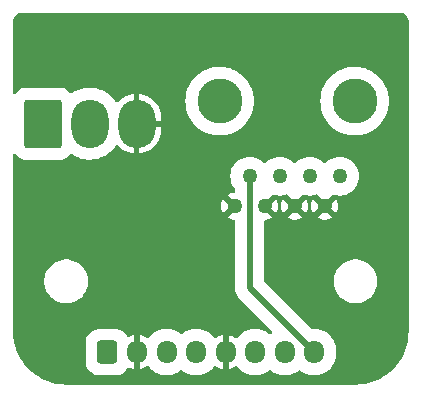
<source format=gbr>
%TF.GenerationSoftware,KiCad,Pcbnew,8.0.8*%
%TF.CreationDate,2025-02-10T21:19:23-08:00*%
%TF.ProjectId,Motor_Adapt_M,4d6f746f-725f-4416-9461-70745f4d2e6b,rev?*%
%TF.SameCoordinates,Original*%
%TF.FileFunction,Copper,L2,Bot*%
%TF.FilePolarity,Positive*%
%FSLAX46Y46*%
G04 Gerber Fmt 4.6, Leading zero omitted, Abs format (unit mm)*
G04 Created by KiCad (PCBNEW 8.0.8) date 2025-02-10 21:19:23*
%MOMM*%
%LPD*%
G01*
G04 APERTURE LIST*
G04 Aperture macros list*
%AMRoundRect*
0 Rectangle with rounded corners*
0 $1 Rounding radius*
0 $2 $3 $4 $5 $6 $7 $8 $9 X,Y pos of 4 corners*
0 Add a 4 corners polygon primitive as box body*
4,1,4,$2,$3,$4,$5,$6,$7,$8,$9,$2,$3,0*
0 Add four circle primitives for the rounded corners*
1,1,$1+$1,$2,$3*
1,1,$1+$1,$4,$5*
1,1,$1+$1,$6,$7*
1,1,$1+$1,$8,$9*
0 Add four rect primitives between the rounded corners*
20,1,$1+$1,$2,$3,$4,$5,0*
20,1,$1+$1,$4,$5,$6,$7,0*
20,1,$1+$1,$6,$7,$8,$9,0*
20,1,$1+$1,$8,$9,$2,$3,0*%
G04 Aperture macros list end*
%TA.AperFunction,ComponentPad*%
%ADD10C,1.270000*%
%TD*%
%TA.AperFunction,ComponentPad*%
%ADD11C,3.810000*%
%TD*%
%TA.AperFunction,ComponentPad*%
%ADD12RoundRect,0.250000X-0.600000X-0.725000X0.600000X-0.725000X0.600000X0.725000X-0.600000X0.725000X0*%
%TD*%
%TA.AperFunction,ComponentPad*%
%ADD13O,1.700000X1.950000*%
%TD*%
%TA.AperFunction,ComponentPad*%
%ADD14RoundRect,0.250000X-1.330000X-1.800000X1.330000X-1.800000X1.330000X1.800000X-1.330000X1.800000X0*%
%TD*%
%TA.AperFunction,ComponentPad*%
%ADD15O,3.160000X4.100000*%
%TD*%
%TA.AperFunction,ViaPad*%
%ADD16C,0.600000*%
%TD*%
%TA.AperFunction,Conductor*%
%ADD17C,0.500000*%
%TD*%
G04 APERTURE END LIST*
D10*
%TO.P,J4,1,1*%
%TO.N,+5V*%
X59660000Y-48600000D03*
%TO.P,J4,2,2*%
%TO.N,GND*%
X58390000Y-51140000D03*
%TO.P,J4,3,3*%
%TO.N,/C_A*%
X57120000Y-48600000D03*
%TO.P,J4,4,4*%
%TO.N,GND*%
X55850000Y-51140000D03*
%TO.P,J4,5,5*%
%TO.N,/C_B*%
X54580000Y-48600000D03*
%TO.P,J4,6,6*%
%TO.N,GND*%
X53310000Y-51140000D03*
%TO.P,J4,7,7*%
%TO.N,/C_I*%
X52040000Y-48600000D03*
%TO.P,J4,8,8*%
%TO.N,GND*%
X50770000Y-51140000D03*
D11*
%TO.P,J4,9*%
%TO.N,N/C*%
X60930000Y-42250000D03*
%TO.P,J4,10*%
X49500000Y-42250000D03*
%TD*%
D12*
%TO.P,J1,1,Pin_1*%
%TO.N,/Sin*%
X40000000Y-63500000D03*
D13*
%TO.P,J1,2,Pin_2*%
%TO.N,GND*%
X42500000Y-63500000D03*
%TO.P,J1,3,Pin_3*%
%TO.N,/Cos*%
X45000000Y-63500000D03*
%TO.P,J1,4,Pin_4*%
%TO.N,+5V*%
X47500000Y-63500000D03*
%TO.P,J1,5,Pin_5*%
%TO.N,GND*%
X50000000Y-63500000D03*
%TO.P,J1,6,Pin_6*%
%TO.N,/C_A*%
X52500000Y-63500000D03*
%TO.P,J1,7,Pin_7*%
%TO.N,/C_B*%
X55000000Y-63500000D03*
%TO.P,J1,8,Pin_8*%
%TO.N,/C_I*%
X57500000Y-63500000D03*
%TD*%
D14*
%TO.P,J3,1,Pin_1*%
%TO.N,/Sin*%
X34540000Y-44155000D03*
D15*
%TO.P,J3,2,Pin_2*%
%TO.N,/Cos*%
X38500000Y-44155000D03*
%TO.P,J3,3,Pin_3*%
%TO.N,GND*%
X42460000Y-44155000D03*
%TD*%
D16*
%TO.N,GND*%
X49750000Y-59750000D03*
X49250000Y-55000000D03*
X43500000Y-57000000D03*
X56500000Y-53000000D03*
X62750000Y-64750000D03*
X34000000Y-64500000D03*
X37000000Y-49750000D03*
X64500000Y-58750000D03*
X52750000Y-37750000D03*
X60500000Y-37750000D03*
X39250000Y-52500000D03*
X62000000Y-50750000D03*
X41250000Y-38750000D03*
X65000000Y-45000000D03*
X64750000Y-51750000D03*
X61000000Y-46500000D03*
X34500000Y-38500000D03*
X43500000Y-53750000D03*
X50250000Y-53500000D03*
X57000000Y-44500000D03*
X46250000Y-47000000D03*
X48500000Y-45500000D03*
X33750000Y-56250000D03*
%TD*%
D17*
%TO.N,/C_I*%
X57500000Y-63500000D02*
X52040000Y-58040000D01*
X52040000Y-58040000D02*
X52040000Y-48600000D01*
%TO.N,/C_B*%
X54580000Y-48600000D02*
X54315578Y-48600000D01*
X54850000Y-48600000D02*
X54580000Y-48600000D01*
%TO.N,GND*%
X53250000Y-51200000D02*
X53310000Y-51140000D01*
%TD*%
%TA.AperFunction,Conductor*%
%TO.N,GND*%
G36*
X64756061Y-34751097D02*
G01*
X64766635Y-34752138D01*
X64884069Y-34763704D01*
X64907897Y-34768443D01*
X65025140Y-34804008D01*
X65047589Y-34813308D01*
X65155630Y-34871057D01*
X65175840Y-34884561D01*
X65270535Y-34962274D01*
X65287725Y-34979464D01*
X65365438Y-35074159D01*
X65378942Y-35094369D01*
X65436690Y-35202407D01*
X65445993Y-35224865D01*
X65481554Y-35342093D01*
X65486296Y-35365935D01*
X65498903Y-35493938D01*
X65499500Y-35506092D01*
X65499500Y-61747293D01*
X65499382Y-61752702D01*
X65482614Y-62136750D01*
X65481671Y-62147526D01*
X65431849Y-62525957D01*
X65429971Y-62536610D01*
X65347354Y-62909272D01*
X65344554Y-62919721D01*
X65229775Y-63283755D01*
X65226075Y-63293921D01*
X65080002Y-63646572D01*
X65075430Y-63656376D01*
X64899183Y-63994942D01*
X64893775Y-64004310D01*
X64688681Y-64326244D01*
X64682476Y-64335105D01*
X64450110Y-64637930D01*
X64443156Y-64646217D01*
X64185284Y-64927635D01*
X64177635Y-64935284D01*
X63896217Y-65193156D01*
X63887930Y-65200110D01*
X63585105Y-65432476D01*
X63576244Y-65438681D01*
X63254310Y-65643775D01*
X63244942Y-65649183D01*
X62906376Y-65825430D01*
X62896572Y-65830002D01*
X62543921Y-65976075D01*
X62533755Y-65979775D01*
X62169721Y-66094554D01*
X62159272Y-66097354D01*
X61786610Y-66179971D01*
X61775957Y-66181849D01*
X61397526Y-66231671D01*
X61386750Y-66232614D01*
X61002703Y-66249382D01*
X60997294Y-66249500D01*
X36502706Y-66249500D01*
X36497297Y-66249382D01*
X36113249Y-66232614D01*
X36102473Y-66231671D01*
X35724042Y-66181849D01*
X35713389Y-66179971D01*
X35340727Y-66097354D01*
X35330278Y-66094554D01*
X34966244Y-65979775D01*
X34956078Y-65976075D01*
X34603427Y-65830002D01*
X34593623Y-65825430D01*
X34255057Y-65649183D01*
X34245689Y-65643775D01*
X33923755Y-65438681D01*
X33914894Y-65432476D01*
X33612069Y-65200110D01*
X33603782Y-65193156D01*
X33322364Y-64935284D01*
X33314715Y-64927635D01*
X33056843Y-64646217D01*
X33049889Y-64637930D01*
X32817523Y-64335105D01*
X32811318Y-64326244D01*
X32606224Y-64004310D01*
X32600816Y-63994942D01*
X32473924Y-63751185D01*
X32424566Y-63656369D01*
X32419997Y-63646572D01*
X32273924Y-63293921D01*
X32270224Y-63283755D01*
X32260752Y-63253712D01*
X32155442Y-62919710D01*
X32152648Y-62909284D01*
X32108640Y-62710777D01*
X38149500Y-62710777D01*
X38149500Y-64289208D01*
X38149501Y-64289223D01*
X38159904Y-64421413D01*
X38159905Y-64421420D01*
X38214902Y-64639678D01*
X38214903Y-64639681D01*
X38307991Y-64844622D01*
X38307997Y-64844632D01*
X38436174Y-65029645D01*
X38436178Y-65029650D01*
X38436181Y-65029654D01*
X38595346Y-65188819D01*
X38595350Y-65188822D01*
X38595354Y-65188825D01*
X38734603Y-65285297D01*
X38780374Y-65317007D01*
X38985317Y-65410096D01*
X38985321Y-65410097D01*
X39203579Y-65465094D01*
X39203581Y-65465094D01*
X39203588Y-65465096D01*
X39335783Y-65475500D01*
X40664216Y-65475499D01*
X40796412Y-65465096D01*
X41014683Y-65410096D01*
X41219626Y-65317007D01*
X41404654Y-65188819D01*
X41563819Y-65029654D01*
X41689801Y-64847809D01*
X41744159Y-64803913D01*
X41813621Y-64796374D01*
X41848024Y-64807942D01*
X41981775Y-64876092D01*
X41981779Y-64876094D01*
X42183871Y-64941757D01*
X42250000Y-64952231D01*
X42250000Y-63904145D01*
X42316657Y-63942630D01*
X42437465Y-63975000D01*
X42562535Y-63975000D01*
X42683343Y-63942630D01*
X42750000Y-63904145D01*
X42750000Y-64952230D01*
X42816126Y-64941757D01*
X42816129Y-64941757D01*
X43018217Y-64876095D01*
X43207554Y-64779622D01*
X43331924Y-64689262D01*
X43397730Y-64665782D01*
X43465784Y-64681607D01*
X43503186Y-64714094D01*
X43605733Y-64847736D01*
X43605739Y-64847743D01*
X43777256Y-65019260D01*
X43777263Y-65019266D01*
X43825485Y-65056268D01*
X43969711Y-65166936D01*
X44179788Y-65288224D01*
X44403900Y-65381054D01*
X44638211Y-65443838D01*
X44818586Y-65467584D01*
X44878711Y-65475500D01*
X44878712Y-65475500D01*
X45121289Y-65475500D01*
X45169388Y-65469167D01*
X45361789Y-65443838D01*
X45596100Y-65381054D01*
X45820212Y-65288224D01*
X46030289Y-65166936D01*
X46174516Y-65056266D01*
X46239683Y-65031074D01*
X46308127Y-65045112D01*
X46325476Y-65056261D01*
X46469711Y-65166936D01*
X46679788Y-65288224D01*
X46903900Y-65381054D01*
X47138211Y-65443838D01*
X47318586Y-65467584D01*
X47378711Y-65475500D01*
X47378712Y-65475500D01*
X47621289Y-65475500D01*
X47669388Y-65469167D01*
X47861789Y-65443838D01*
X48096100Y-65381054D01*
X48320212Y-65288224D01*
X48530289Y-65166936D01*
X48722738Y-65019265D01*
X48894265Y-64847738D01*
X48996813Y-64714093D01*
X49053240Y-64672891D01*
X49122986Y-64668736D01*
X49168074Y-64689262D01*
X49292442Y-64779620D01*
X49481782Y-64876095D01*
X49683871Y-64941757D01*
X49750000Y-64952231D01*
X49750000Y-63904145D01*
X49816657Y-63942630D01*
X49937465Y-63975000D01*
X50062535Y-63975000D01*
X50183343Y-63942630D01*
X50250000Y-63904145D01*
X50250000Y-64952230D01*
X50316126Y-64941757D01*
X50316129Y-64941757D01*
X50518217Y-64876095D01*
X50707554Y-64779622D01*
X50831924Y-64689262D01*
X50897730Y-64665782D01*
X50965784Y-64681607D01*
X51003186Y-64714094D01*
X51105733Y-64847736D01*
X51105739Y-64847743D01*
X51277256Y-65019260D01*
X51277263Y-65019266D01*
X51325485Y-65056268D01*
X51469711Y-65166936D01*
X51679788Y-65288224D01*
X51903900Y-65381054D01*
X52138211Y-65443838D01*
X52318586Y-65467584D01*
X52378711Y-65475500D01*
X52378712Y-65475500D01*
X52621289Y-65475500D01*
X52669388Y-65469167D01*
X52861789Y-65443838D01*
X53096100Y-65381054D01*
X53320212Y-65288224D01*
X53530289Y-65166936D01*
X53674516Y-65056266D01*
X53739683Y-65031074D01*
X53808127Y-65045112D01*
X53825476Y-65056261D01*
X53969711Y-65166936D01*
X54179788Y-65288224D01*
X54403900Y-65381054D01*
X54638211Y-65443838D01*
X54818586Y-65467584D01*
X54878711Y-65475500D01*
X54878712Y-65475500D01*
X55121289Y-65475500D01*
X55169388Y-65469167D01*
X55361789Y-65443838D01*
X55596100Y-65381054D01*
X55820212Y-65288224D01*
X56030289Y-65166936D01*
X56174516Y-65056266D01*
X56239683Y-65031074D01*
X56308127Y-65045112D01*
X56325476Y-65056261D01*
X56469711Y-65166936D01*
X56679788Y-65288224D01*
X56903900Y-65381054D01*
X57138211Y-65443838D01*
X57318586Y-65467584D01*
X57378711Y-65475500D01*
X57378712Y-65475500D01*
X57621289Y-65475500D01*
X57669388Y-65469167D01*
X57861789Y-65443838D01*
X58096100Y-65381054D01*
X58320212Y-65288224D01*
X58530289Y-65166936D01*
X58722738Y-65019265D01*
X58894265Y-64847738D01*
X59041936Y-64655289D01*
X59163224Y-64445212D01*
X59256054Y-64221100D01*
X59318838Y-63986789D01*
X59350500Y-63746288D01*
X59350500Y-63253712D01*
X59318838Y-63013211D01*
X59256054Y-62778900D01*
X59163224Y-62554788D01*
X59041936Y-62344711D01*
X58934697Y-62204954D01*
X58894266Y-62152263D01*
X58894260Y-62152256D01*
X58722743Y-61980739D01*
X58722736Y-61980733D01*
X58530293Y-61833067D01*
X58530292Y-61833066D01*
X58530289Y-61833064D01*
X58320212Y-61711776D01*
X58320205Y-61711773D01*
X58096104Y-61618947D01*
X57861785Y-61556161D01*
X57621289Y-61524500D01*
X57621288Y-61524500D01*
X57378712Y-61524500D01*
X57363569Y-61526493D01*
X57294534Y-61515724D01*
X57259708Y-61491234D01*
X53326819Y-57558345D01*
X53293334Y-57497022D01*
X53290500Y-57470664D01*
X53290500Y-57378711D01*
X59149500Y-57378711D01*
X59149500Y-57621288D01*
X59181161Y-57861785D01*
X59243947Y-58096104D01*
X59261474Y-58138417D01*
X59336776Y-58320212D01*
X59458064Y-58530289D01*
X59458066Y-58530292D01*
X59458067Y-58530293D01*
X59605733Y-58722736D01*
X59605739Y-58722743D01*
X59777256Y-58894260D01*
X59777262Y-58894265D01*
X59969711Y-59041936D01*
X60179788Y-59163224D01*
X60403900Y-59256054D01*
X60638211Y-59318838D01*
X60818586Y-59342584D01*
X60878711Y-59350500D01*
X60878712Y-59350500D01*
X61121289Y-59350500D01*
X61169388Y-59344167D01*
X61361789Y-59318838D01*
X61596100Y-59256054D01*
X61820212Y-59163224D01*
X62030289Y-59041936D01*
X62222738Y-58894265D01*
X62394265Y-58722738D01*
X62541936Y-58530289D01*
X62663224Y-58320212D01*
X62756054Y-58096100D01*
X62818838Y-57861789D01*
X62850500Y-57621288D01*
X62850500Y-57378712D01*
X62818838Y-57138211D01*
X62756054Y-56903900D01*
X62663224Y-56679788D01*
X62541936Y-56469711D01*
X62394265Y-56277262D01*
X62394260Y-56277256D01*
X62222743Y-56105739D01*
X62222736Y-56105733D01*
X62030293Y-55958067D01*
X62030292Y-55958066D01*
X62030289Y-55958064D01*
X61820212Y-55836776D01*
X61820205Y-55836773D01*
X61596104Y-55743947D01*
X61361785Y-55681161D01*
X61121289Y-55649500D01*
X61121288Y-55649500D01*
X60878712Y-55649500D01*
X60878711Y-55649500D01*
X60638214Y-55681161D01*
X60403895Y-55743947D01*
X60179794Y-55836773D01*
X60179785Y-55836777D01*
X59969706Y-55958067D01*
X59777263Y-56105733D01*
X59777256Y-56105739D01*
X59605739Y-56277256D01*
X59605733Y-56277263D01*
X59458067Y-56469706D01*
X59336777Y-56679785D01*
X59336773Y-56679794D01*
X59243947Y-56903895D01*
X59181161Y-57138214D01*
X59149500Y-57378711D01*
X53290500Y-57378711D01*
X53290500Y-52399000D01*
X53310185Y-52331961D01*
X53362989Y-52286206D01*
X53409515Y-52276084D01*
X53409464Y-52275529D01*
X53414000Y-52275108D01*
X53414500Y-52275000D01*
X53415171Y-52275000D01*
X53621935Y-52236348D01*
X53621936Y-52236348D01*
X53818079Y-52160362D01*
X53818083Y-52160360D01*
X53916109Y-52099663D01*
X53337446Y-51521000D01*
X53360160Y-51521000D01*
X53457061Y-51495036D01*
X53543940Y-51444876D01*
X53614876Y-51373940D01*
X53665036Y-51287061D01*
X53691000Y-51190160D01*
X53691000Y-51167446D01*
X54272454Y-51748900D01*
X54279128Y-51740062D01*
X54372888Y-51551769D01*
X54430454Y-51349444D01*
X54449862Y-51140000D01*
X54449862Y-51139999D01*
X54430454Y-50930555D01*
X54372888Y-50728230D01*
X54279129Y-50539939D01*
X54272454Y-50531099D01*
X53691000Y-51112553D01*
X53691000Y-51089840D01*
X53665036Y-50992939D01*
X53614876Y-50906060D01*
X53543940Y-50835124D01*
X53457061Y-50784964D01*
X53360160Y-50759000D01*
X53337446Y-50759000D01*
X53917681Y-50178764D01*
X53979004Y-50145279D01*
X54048695Y-50150263D01*
X54052788Y-50151873D01*
X54073040Y-50160262D01*
X54323360Y-50220359D01*
X54580000Y-50240557D01*
X54836640Y-50220359D01*
X55086960Y-50160262D01*
X55107182Y-50151885D01*
X55176648Y-50144414D01*
X55239129Y-50175687D01*
X55242317Y-50178764D01*
X55822554Y-50759000D01*
X55799840Y-50759000D01*
X55702939Y-50784964D01*
X55616060Y-50835124D01*
X55545124Y-50906060D01*
X55494964Y-50992939D01*
X55469000Y-51089840D01*
X55469000Y-51112554D01*
X54887545Y-50531099D01*
X54887544Y-50531099D01*
X54880873Y-50539935D01*
X54880868Y-50539942D01*
X54787111Y-50728230D01*
X54729545Y-50930555D01*
X54710138Y-51139999D01*
X54710138Y-51140000D01*
X54729545Y-51349444D01*
X54787111Y-51551769D01*
X54880870Y-51740059D01*
X54887545Y-51748899D01*
X55469000Y-51167445D01*
X55469000Y-51190160D01*
X55494964Y-51287061D01*
X55545124Y-51373940D01*
X55616060Y-51444876D01*
X55702939Y-51495036D01*
X55799840Y-51521000D01*
X55822554Y-51521000D01*
X55243889Y-52099663D01*
X55243889Y-52099664D01*
X55341919Y-52160362D01*
X55341920Y-52160363D01*
X55538063Y-52236348D01*
X55744829Y-52275000D01*
X55955171Y-52275000D01*
X56161935Y-52236348D01*
X56161936Y-52236348D01*
X56358079Y-52160362D01*
X56358083Y-52160360D01*
X56456109Y-52099663D01*
X55877447Y-51521000D01*
X55900160Y-51521000D01*
X55997061Y-51495036D01*
X56083940Y-51444876D01*
X56154876Y-51373940D01*
X56205036Y-51287061D01*
X56231000Y-51190160D01*
X56231000Y-51167446D01*
X56812454Y-51748900D01*
X56819128Y-51740062D01*
X56912888Y-51551769D01*
X56970454Y-51349444D01*
X56989862Y-51140000D01*
X56989862Y-51139999D01*
X56970454Y-50930555D01*
X56912888Y-50728230D01*
X56819129Y-50539939D01*
X56812454Y-50531099D01*
X56231000Y-51112553D01*
X56231000Y-51089840D01*
X56205036Y-50992939D01*
X56154876Y-50906060D01*
X56083940Y-50835124D01*
X55997061Y-50784964D01*
X55900160Y-50759000D01*
X55877447Y-50759000D01*
X56457681Y-50178764D01*
X56519004Y-50145279D01*
X56588695Y-50150263D01*
X56592788Y-50151873D01*
X56613040Y-50160262D01*
X56863360Y-50220359D01*
X57120000Y-50240557D01*
X57376640Y-50220359D01*
X57626960Y-50160262D01*
X57647182Y-50151885D01*
X57716648Y-50144414D01*
X57779129Y-50175687D01*
X57782317Y-50178764D01*
X58362554Y-50759000D01*
X58339840Y-50759000D01*
X58242939Y-50784964D01*
X58156060Y-50835124D01*
X58085124Y-50906060D01*
X58034964Y-50992939D01*
X58009000Y-51089840D01*
X58009000Y-51112554D01*
X57427545Y-50531099D01*
X57427544Y-50531099D01*
X57420873Y-50539935D01*
X57420868Y-50539942D01*
X57327111Y-50728230D01*
X57269545Y-50930555D01*
X57250138Y-51139999D01*
X57250138Y-51140000D01*
X57269545Y-51349444D01*
X57327111Y-51551769D01*
X57420870Y-51740059D01*
X57427545Y-51748899D01*
X58009000Y-51167445D01*
X58009000Y-51190160D01*
X58034964Y-51287061D01*
X58085124Y-51373940D01*
X58156060Y-51444876D01*
X58242939Y-51495036D01*
X58339840Y-51521000D01*
X58362554Y-51521000D01*
X57783889Y-52099663D01*
X57783889Y-52099664D01*
X57881919Y-52160362D01*
X57881920Y-52160363D01*
X58078063Y-52236348D01*
X58284829Y-52275000D01*
X58495171Y-52275000D01*
X58701935Y-52236348D01*
X58701936Y-52236348D01*
X58898079Y-52160362D01*
X58898083Y-52160360D01*
X58996109Y-52099663D01*
X58417447Y-51521000D01*
X58440160Y-51521000D01*
X58537061Y-51495036D01*
X58623940Y-51444876D01*
X58694876Y-51373940D01*
X58745036Y-51287061D01*
X58771000Y-51190160D01*
X58771000Y-51167446D01*
X59352454Y-51748900D01*
X59359128Y-51740062D01*
X59452888Y-51551769D01*
X59510454Y-51349444D01*
X59529862Y-51140000D01*
X59529862Y-51139999D01*
X59510454Y-50930555D01*
X59452888Y-50728230D01*
X59359129Y-50539939D01*
X59352454Y-50531099D01*
X58771000Y-51112553D01*
X58771000Y-51089840D01*
X58745036Y-50992939D01*
X58694876Y-50906060D01*
X58623940Y-50835124D01*
X58537061Y-50784964D01*
X58440160Y-50759000D01*
X58417447Y-50759000D01*
X58997681Y-50178764D01*
X59059004Y-50145279D01*
X59128695Y-50150263D01*
X59132788Y-50151873D01*
X59153040Y-50160262D01*
X59403360Y-50220359D01*
X59660000Y-50240557D01*
X59916640Y-50220359D01*
X60166960Y-50160262D01*
X60285878Y-50111004D01*
X60404793Y-50061749D01*
X60404794Y-50061748D01*
X60404797Y-50061747D01*
X60624295Y-49927238D01*
X60820049Y-49760049D01*
X60987238Y-49564295D01*
X61121747Y-49344797D01*
X61220262Y-49106960D01*
X61280359Y-48856640D01*
X61300557Y-48600000D01*
X61280359Y-48343360D01*
X61220262Y-48093040D01*
X61220260Y-48093035D01*
X61121749Y-47855206D01*
X61121747Y-47855203D01*
X60987240Y-47635707D01*
X60987236Y-47635702D01*
X60868755Y-47496979D01*
X60820049Y-47439951D01*
X60713030Y-47348548D01*
X60624297Y-47272763D01*
X60624292Y-47272759D01*
X60404796Y-47138252D01*
X60404793Y-47138250D01*
X60166964Y-47039739D01*
X59916641Y-46979641D01*
X59660000Y-46959443D01*
X59403358Y-46979641D01*
X59153035Y-47039739D01*
X58915206Y-47138250D01*
X58915203Y-47138252D01*
X58695707Y-47272759D01*
X58695702Y-47272763D01*
X58499951Y-47439951D01*
X58484290Y-47458288D01*
X58425783Y-47496481D01*
X58355915Y-47496979D01*
X58296869Y-47459625D01*
X58295710Y-47458288D01*
X58280049Y-47439951D01*
X58173030Y-47348548D01*
X58084297Y-47272763D01*
X58084292Y-47272759D01*
X57864796Y-47138252D01*
X57864793Y-47138250D01*
X57626964Y-47039739D01*
X57376641Y-46979641D01*
X57120000Y-46959443D01*
X56863358Y-46979641D01*
X56613035Y-47039739D01*
X56375206Y-47138250D01*
X56375203Y-47138252D01*
X56155707Y-47272759D01*
X56155702Y-47272763D01*
X55959951Y-47439951D01*
X55944290Y-47458288D01*
X55885783Y-47496481D01*
X55815915Y-47496979D01*
X55756869Y-47459625D01*
X55755710Y-47458288D01*
X55740049Y-47439951D01*
X55633030Y-47348548D01*
X55544297Y-47272763D01*
X55544292Y-47272759D01*
X55324796Y-47138252D01*
X55324793Y-47138250D01*
X55086964Y-47039739D01*
X54836641Y-46979641D01*
X54580000Y-46959443D01*
X54323358Y-46979641D01*
X54073035Y-47039739D01*
X53835206Y-47138250D01*
X53835203Y-47138252D01*
X53615707Y-47272759D01*
X53615702Y-47272763D01*
X53419951Y-47439951D01*
X53404290Y-47458288D01*
X53345783Y-47496481D01*
X53275915Y-47496979D01*
X53216869Y-47459625D01*
X53215710Y-47458288D01*
X53200049Y-47439951D01*
X53093030Y-47348548D01*
X53004297Y-47272763D01*
X53004292Y-47272759D01*
X52784796Y-47138252D01*
X52784793Y-47138250D01*
X52546964Y-47039739D01*
X52296641Y-46979641D01*
X52040000Y-46959443D01*
X51783358Y-46979641D01*
X51533035Y-47039739D01*
X51295206Y-47138250D01*
X51295203Y-47138252D01*
X51075707Y-47272759D01*
X51075702Y-47272763D01*
X50879951Y-47439951D01*
X50712763Y-47635702D01*
X50712759Y-47635707D01*
X50578252Y-47855203D01*
X50578250Y-47855206D01*
X50479739Y-48093035D01*
X50419641Y-48343358D01*
X50399443Y-48600000D01*
X50419641Y-48856641D01*
X50479739Y-49106964D01*
X50578250Y-49344793D01*
X50578252Y-49344796D01*
X50712759Y-49564292D01*
X50712763Y-49564297D01*
X50737383Y-49593122D01*
X50759789Y-49619357D01*
X50788361Y-49683117D01*
X50789500Y-49699889D01*
X50789500Y-49881000D01*
X50769815Y-49948039D01*
X50717011Y-49993794D01*
X50670484Y-50003915D01*
X50670536Y-50004471D01*
X50665999Y-50004891D01*
X50665500Y-50005000D01*
X50664829Y-50005000D01*
X50458064Y-50043651D01*
X50458063Y-50043651D01*
X50261922Y-50119636D01*
X50261916Y-50119638D01*
X50163889Y-50180334D01*
X50163888Y-50180335D01*
X50742554Y-50759000D01*
X50719840Y-50759000D01*
X50622939Y-50784964D01*
X50536060Y-50835124D01*
X50465124Y-50906060D01*
X50414964Y-50992939D01*
X50389000Y-51089840D01*
X50389000Y-51112554D01*
X49807545Y-50531099D01*
X49807544Y-50531099D01*
X49800873Y-50539935D01*
X49800868Y-50539942D01*
X49707111Y-50728230D01*
X49649545Y-50930555D01*
X49630138Y-51139999D01*
X49630138Y-51140000D01*
X49649545Y-51349444D01*
X49707111Y-51551769D01*
X49800870Y-51740059D01*
X49807545Y-51748899D01*
X50389000Y-51167445D01*
X50389000Y-51190160D01*
X50414964Y-51287061D01*
X50465124Y-51373940D01*
X50536060Y-51444876D01*
X50622939Y-51495036D01*
X50719840Y-51521000D01*
X50742553Y-51521000D01*
X50163889Y-52099663D01*
X50163889Y-52099664D01*
X50261919Y-52160362D01*
X50261920Y-52160363D01*
X50458063Y-52236348D01*
X50664829Y-52275000D01*
X50665500Y-52275000D01*
X50665810Y-52275091D01*
X50670536Y-52275529D01*
X50670450Y-52276453D01*
X50732539Y-52294685D01*
X50778294Y-52347489D01*
X50789500Y-52399000D01*
X50789500Y-58138422D01*
X50820290Y-58332826D01*
X50881117Y-58520030D01*
X50970476Y-58695405D01*
X51086172Y-58854646D01*
X51086174Y-58854648D01*
X53923414Y-61691888D01*
X53956899Y-61753211D01*
X53951915Y-61822903D01*
X53911220Y-61877944D01*
X53825487Y-61943730D01*
X53760318Y-61968925D01*
X53691873Y-61954887D01*
X53674514Y-61943731D01*
X53530293Y-61833067D01*
X53530292Y-61833066D01*
X53530289Y-61833064D01*
X53320212Y-61711776D01*
X53320205Y-61711773D01*
X53096104Y-61618947D01*
X52861785Y-61556161D01*
X52621289Y-61524500D01*
X52621288Y-61524500D01*
X52378712Y-61524500D01*
X52378711Y-61524500D01*
X52138214Y-61556161D01*
X51903895Y-61618947D01*
X51679794Y-61711773D01*
X51679785Y-61711777D01*
X51469706Y-61833067D01*
X51277263Y-61980733D01*
X51277256Y-61980739D01*
X51105739Y-62152256D01*
X51003186Y-62285906D01*
X50946758Y-62327108D01*
X50877012Y-62331263D01*
X50831925Y-62310737D01*
X50707557Y-62220379D01*
X50518215Y-62123903D01*
X50316124Y-62058241D01*
X50250000Y-62047768D01*
X50250000Y-63095854D01*
X50183343Y-63057370D01*
X50062535Y-63025000D01*
X49937465Y-63025000D01*
X49816657Y-63057370D01*
X49750000Y-63095854D01*
X49750000Y-62047768D01*
X49749999Y-62047768D01*
X49683875Y-62058241D01*
X49481784Y-62123903D01*
X49292442Y-62220379D01*
X49168074Y-62310737D01*
X49102267Y-62334217D01*
X49034214Y-62318391D01*
X48996813Y-62285905D01*
X48894266Y-62152263D01*
X48894260Y-62152256D01*
X48722743Y-61980739D01*
X48722736Y-61980733D01*
X48530293Y-61833067D01*
X48530292Y-61833066D01*
X48530289Y-61833064D01*
X48320212Y-61711776D01*
X48320205Y-61711773D01*
X48096104Y-61618947D01*
X47861785Y-61556161D01*
X47621289Y-61524500D01*
X47621288Y-61524500D01*
X47378712Y-61524500D01*
X47378711Y-61524500D01*
X47138214Y-61556161D01*
X46903895Y-61618947D01*
X46679794Y-61711773D01*
X46679785Y-61711777D01*
X46469706Y-61833067D01*
X46325486Y-61943731D01*
X46260317Y-61968925D01*
X46191872Y-61954887D01*
X46174514Y-61943731D01*
X46030293Y-61833067D01*
X46030292Y-61833066D01*
X46030289Y-61833064D01*
X45820212Y-61711776D01*
X45820205Y-61711773D01*
X45596104Y-61618947D01*
X45361785Y-61556161D01*
X45121289Y-61524500D01*
X45121288Y-61524500D01*
X44878712Y-61524500D01*
X44878711Y-61524500D01*
X44638214Y-61556161D01*
X44403895Y-61618947D01*
X44179794Y-61711773D01*
X44179785Y-61711777D01*
X43969706Y-61833067D01*
X43777263Y-61980733D01*
X43777256Y-61980739D01*
X43605739Y-62152256D01*
X43503186Y-62285906D01*
X43446758Y-62327108D01*
X43377012Y-62331263D01*
X43331925Y-62310737D01*
X43207557Y-62220379D01*
X43018215Y-62123903D01*
X42816124Y-62058241D01*
X42750000Y-62047768D01*
X42750000Y-63095854D01*
X42683343Y-63057370D01*
X42562535Y-63025000D01*
X42437465Y-63025000D01*
X42316657Y-63057370D01*
X42250000Y-63095854D01*
X42250000Y-62047768D01*
X42249999Y-62047768D01*
X42183875Y-62058241D01*
X41981784Y-62123903D01*
X41848024Y-62192058D01*
X41779355Y-62204954D01*
X41714614Y-62178678D01*
X41689801Y-62152189D01*
X41563825Y-61970354D01*
X41563822Y-61970350D01*
X41563819Y-61970346D01*
X41404654Y-61811181D01*
X41404650Y-61811178D01*
X41404645Y-61811174D01*
X41219632Y-61682997D01*
X41219630Y-61682995D01*
X41219626Y-61682993D01*
X41078621Y-61618946D01*
X41014681Y-61589903D01*
X41014678Y-61589902D01*
X40796420Y-61534905D01*
X40796413Y-61534904D01*
X40752347Y-61531436D01*
X40664217Y-61524500D01*
X40664215Y-61524500D01*
X39335791Y-61524500D01*
X39335776Y-61524501D01*
X39203586Y-61534904D01*
X39203579Y-61534905D01*
X38985321Y-61589902D01*
X38985318Y-61589903D01*
X38780377Y-61682991D01*
X38780367Y-61682997D01*
X38595354Y-61811174D01*
X38595342Y-61811184D01*
X38436184Y-61970342D01*
X38436174Y-61970354D01*
X38307997Y-62155367D01*
X38307991Y-62155377D01*
X38214903Y-62360318D01*
X38214902Y-62360321D01*
X38159905Y-62578579D01*
X38159904Y-62578586D01*
X38149500Y-62710777D01*
X32108640Y-62710777D01*
X32070025Y-62536597D01*
X32068152Y-62525971D01*
X32018326Y-62147506D01*
X32017386Y-62136771D01*
X32000618Y-61752702D01*
X32000500Y-61747293D01*
X32000500Y-57378711D01*
X34649500Y-57378711D01*
X34649500Y-57621288D01*
X34681161Y-57861785D01*
X34743947Y-58096104D01*
X34761474Y-58138417D01*
X34836776Y-58320212D01*
X34958064Y-58530289D01*
X34958066Y-58530292D01*
X34958067Y-58530293D01*
X35105733Y-58722736D01*
X35105739Y-58722743D01*
X35277256Y-58894260D01*
X35277262Y-58894265D01*
X35469711Y-59041936D01*
X35679788Y-59163224D01*
X35903900Y-59256054D01*
X36138211Y-59318838D01*
X36318586Y-59342584D01*
X36378711Y-59350500D01*
X36378712Y-59350500D01*
X36621289Y-59350500D01*
X36669388Y-59344167D01*
X36861789Y-59318838D01*
X37096100Y-59256054D01*
X37320212Y-59163224D01*
X37530289Y-59041936D01*
X37722738Y-58894265D01*
X37894265Y-58722738D01*
X38041936Y-58530289D01*
X38163224Y-58320212D01*
X38256054Y-58096100D01*
X38318838Y-57861789D01*
X38350500Y-57621288D01*
X38350500Y-57378712D01*
X38318838Y-57138211D01*
X38256054Y-56903900D01*
X38163224Y-56679788D01*
X38041936Y-56469711D01*
X37894265Y-56277262D01*
X37894260Y-56277256D01*
X37722743Y-56105739D01*
X37722736Y-56105733D01*
X37530293Y-55958067D01*
X37530292Y-55958066D01*
X37530289Y-55958064D01*
X37320212Y-55836776D01*
X37320205Y-55836773D01*
X37096104Y-55743947D01*
X36861785Y-55681161D01*
X36621289Y-55649500D01*
X36621288Y-55649500D01*
X36378712Y-55649500D01*
X36378711Y-55649500D01*
X36138214Y-55681161D01*
X35903895Y-55743947D01*
X35679794Y-55836773D01*
X35679785Y-55836777D01*
X35469706Y-55958067D01*
X35277263Y-56105733D01*
X35277256Y-56105739D01*
X35105739Y-56277256D01*
X35105733Y-56277263D01*
X34958067Y-56469706D01*
X34836777Y-56679785D01*
X34836773Y-56679794D01*
X34743947Y-56903895D01*
X34681161Y-57138214D01*
X34649500Y-57378711D01*
X32000500Y-57378711D01*
X32000500Y-46801759D01*
X32020185Y-46734720D01*
X32072989Y-46688965D01*
X32142147Y-46679021D01*
X32205703Y-46708046D01*
X32226428Y-46731143D01*
X32246174Y-46759645D01*
X32246178Y-46759650D01*
X32246181Y-46759654D01*
X32405346Y-46918819D01*
X32405350Y-46918822D01*
X32405354Y-46918825D01*
X32463983Y-46959443D01*
X32590374Y-47047007D01*
X32795317Y-47140096D01*
X32795321Y-47140097D01*
X33013579Y-47195094D01*
X33013581Y-47195094D01*
X33013588Y-47195096D01*
X33145783Y-47205500D01*
X35934216Y-47205499D01*
X36066412Y-47195096D01*
X36284683Y-47140096D01*
X36489626Y-47047007D01*
X36674654Y-46918819D01*
X36833819Y-46759654D01*
X36837388Y-46755379D01*
X36839315Y-46756988D01*
X36885349Y-46719769D01*
X36954806Y-46712188D01*
X37001079Y-46731593D01*
X37001440Y-46731020D01*
X37004386Y-46732871D01*
X37249797Y-46887073D01*
X37510929Y-47012828D01*
X37784500Y-47108554D01*
X38067069Y-47173049D01*
X38067078Y-47173050D01*
X38067083Y-47173051D01*
X38259077Y-47194683D01*
X38355076Y-47205499D01*
X38355079Y-47205500D01*
X38355082Y-47205500D01*
X38644921Y-47205500D01*
X38644922Y-47205499D01*
X38792111Y-47188915D01*
X38932916Y-47173051D01*
X38932919Y-47173050D01*
X38932931Y-47173049D01*
X39215500Y-47108554D01*
X39489071Y-47012828D01*
X39750203Y-46887073D01*
X39995614Y-46732871D01*
X40222217Y-46552161D01*
X40427161Y-46347217D01*
X40607871Y-46120614D01*
X40683192Y-46000740D01*
X40735525Y-45954450D01*
X40804578Y-45943801D01*
X40868427Y-45972176D01*
X40886561Y-45991227D01*
X40892821Y-45999385D01*
X40892826Y-45999391D01*
X41085609Y-46192174D01*
X41085617Y-46192181D01*
X41301933Y-46358168D01*
X41538062Y-46494496D01*
X41538072Y-46494500D01*
X41789970Y-46598840D01*
X42053344Y-46669411D01*
X42210000Y-46690034D01*
X42210000Y-44971480D01*
X42212064Y-44972335D01*
X42376282Y-45005000D01*
X42543718Y-45005000D01*
X42707936Y-44972335D01*
X42710000Y-44971480D01*
X42710000Y-46690033D01*
X42866655Y-46669411D01*
X43130029Y-46598840D01*
X43381927Y-46494500D01*
X43381937Y-46494496D01*
X43618066Y-46358168D01*
X43834382Y-46192181D01*
X43834391Y-46192174D01*
X44027174Y-45999391D01*
X44027181Y-45999382D01*
X44193168Y-45783066D01*
X44329496Y-45546937D01*
X44329500Y-45546927D01*
X44433840Y-45295029D01*
X44504411Y-45031655D01*
X44540000Y-44761330D01*
X44540000Y-44405000D01*
X43276480Y-44405000D01*
X43277335Y-44402936D01*
X43310000Y-44238718D01*
X43310000Y-44071282D01*
X43277335Y-43907064D01*
X43276480Y-43905000D01*
X44540000Y-43905000D01*
X44540000Y-43548669D01*
X44504411Y-43278344D01*
X44433840Y-43014970D01*
X44329500Y-42763072D01*
X44329496Y-42763062D01*
X44193168Y-42526933D01*
X44027181Y-42310617D01*
X44027174Y-42310609D01*
X43966561Y-42249996D01*
X46589576Y-42249996D01*
X46589576Y-42250003D01*
X46609255Y-42587880D01*
X46609256Y-42587891D01*
X46668024Y-42921180D01*
X46668026Y-42921188D01*
X46765096Y-43245425D01*
X46899146Y-43556187D01*
X46899152Y-43556200D01*
X47068376Y-43849305D01*
X47270474Y-44120769D01*
X47270479Y-44120775D01*
X47270486Y-44120784D01*
X47502746Y-44366966D01*
X47502752Y-44366971D01*
X47502754Y-44366973D01*
X47762007Y-44584513D01*
X47762010Y-44584515D01*
X47762015Y-44584519D01*
X48044788Y-44770501D01*
X48044794Y-44770504D01*
X48044796Y-44770505D01*
X48347232Y-44922394D01*
X48347233Y-44922395D01*
X48347236Y-44922396D01*
X48347240Y-44922398D01*
X48665281Y-45038156D01*
X48994610Y-45116208D01*
X49330774Y-45155500D01*
X49330781Y-45155500D01*
X49669219Y-45155500D01*
X49669226Y-45155500D01*
X50005390Y-45116208D01*
X50334719Y-45038156D01*
X50652760Y-44922398D01*
X50955212Y-44770501D01*
X51237985Y-44584519D01*
X51497254Y-44366966D01*
X51729514Y-44120784D01*
X51931624Y-43849304D01*
X52100850Y-43556196D01*
X52234904Y-43245424D01*
X52331973Y-42921190D01*
X52359856Y-42763062D01*
X52390743Y-42587891D01*
X52390742Y-42587891D01*
X52390745Y-42587880D01*
X52410424Y-42250000D01*
X52410424Y-42249996D01*
X58019576Y-42249996D01*
X58019576Y-42250003D01*
X58039255Y-42587880D01*
X58039256Y-42587891D01*
X58098024Y-42921180D01*
X58098026Y-42921188D01*
X58195096Y-43245425D01*
X58329146Y-43556187D01*
X58329152Y-43556200D01*
X58498376Y-43849305D01*
X58700474Y-44120769D01*
X58700479Y-44120775D01*
X58700486Y-44120784D01*
X58932746Y-44366966D01*
X58932752Y-44366971D01*
X58932754Y-44366973D01*
X59192007Y-44584513D01*
X59192010Y-44584515D01*
X59192015Y-44584519D01*
X59474788Y-44770501D01*
X59474794Y-44770504D01*
X59474796Y-44770505D01*
X59777232Y-44922394D01*
X59777233Y-44922395D01*
X59777236Y-44922396D01*
X59777240Y-44922398D01*
X60095281Y-45038156D01*
X60424610Y-45116208D01*
X60760774Y-45155500D01*
X60760781Y-45155500D01*
X61099219Y-45155500D01*
X61099226Y-45155500D01*
X61435390Y-45116208D01*
X61764719Y-45038156D01*
X62082760Y-44922398D01*
X62385212Y-44770501D01*
X62667985Y-44584519D01*
X62927254Y-44366966D01*
X63159514Y-44120784D01*
X63361624Y-43849304D01*
X63530850Y-43556196D01*
X63664904Y-43245424D01*
X63761973Y-42921190D01*
X63789856Y-42763062D01*
X63820743Y-42587891D01*
X63820742Y-42587891D01*
X63820745Y-42587880D01*
X63840424Y-42250000D01*
X63820745Y-41912120D01*
X63775445Y-41655213D01*
X63761975Y-41578819D01*
X63761973Y-41578811D01*
X63761786Y-41578187D01*
X63664904Y-41254576D01*
X63530850Y-40943804D01*
X63361624Y-40650696D01*
X63361623Y-40650694D01*
X63159525Y-40379230D01*
X63159521Y-40379225D01*
X63159514Y-40379216D01*
X62927254Y-40133034D01*
X62927247Y-40133028D01*
X62927245Y-40133026D01*
X62667992Y-39915486D01*
X62667987Y-39915482D01*
X62667985Y-39915481D01*
X62385212Y-39729499D01*
X62385208Y-39729497D01*
X62385205Y-39729495D01*
X62385203Y-39729494D01*
X62082767Y-39577605D01*
X62082766Y-39577604D01*
X61764716Y-39461843D01*
X61583777Y-39418960D01*
X61435390Y-39383792D01*
X61099226Y-39344500D01*
X60760774Y-39344500D01*
X60424610Y-39383792D01*
X60095283Y-39461843D01*
X59777233Y-39577604D01*
X59777232Y-39577605D01*
X59474796Y-39729494D01*
X59474794Y-39729495D01*
X59192007Y-39915486D01*
X58932754Y-40133026D01*
X58932744Y-40133036D01*
X58700489Y-40379213D01*
X58700474Y-40379230D01*
X58498376Y-40650694D01*
X58329152Y-40943799D01*
X58329146Y-40943812D01*
X58195096Y-41254574D01*
X58098026Y-41578811D01*
X58098024Y-41578819D01*
X58039256Y-41912108D01*
X58039255Y-41912119D01*
X58019576Y-42249996D01*
X52410424Y-42249996D01*
X52390745Y-41912120D01*
X52345445Y-41655213D01*
X52331975Y-41578819D01*
X52331973Y-41578811D01*
X52331786Y-41578187D01*
X52234904Y-41254576D01*
X52100850Y-40943804D01*
X51931624Y-40650696D01*
X51931623Y-40650694D01*
X51729525Y-40379230D01*
X51729521Y-40379225D01*
X51729514Y-40379216D01*
X51497254Y-40133034D01*
X51497247Y-40133028D01*
X51497245Y-40133026D01*
X51237992Y-39915486D01*
X51237987Y-39915482D01*
X51237985Y-39915481D01*
X50955212Y-39729499D01*
X50955208Y-39729497D01*
X50955205Y-39729495D01*
X50955203Y-39729494D01*
X50652767Y-39577605D01*
X50652766Y-39577604D01*
X50334716Y-39461843D01*
X50153777Y-39418960D01*
X50005390Y-39383792D01*
X49669226Y-39344500D01*
X49330774Y-39344500D01*
X48994610Y-39383792D01*
X48665283Y-39461843D01*
X48347233Y-39577604D01*
X48347232Y-39577605D01*
X48044796Y-39729494D01*
X48044794Y-39729495D01*
X47762007Y-39915486D01*
X47502754Y-40133026D01*
X47502744Y-40133036D01*
X47270489Y-40379213D01*
X47270474Y-40379230D01*
X47068376Y-40650694D01*
X46899152Y-40943799D01*
X46899146Y-40943812D01*
X46765096Y-41254574D01*
X46668026Y-41578811D01*
X46668024Y-41578819D01*
X46609256Y-41912108D01*
X46609255Y-41912119D01*
X46589576Y-42249996D01*
X43966561Y-42249996D01*
X43834391Y-42117826D01*
X43834382Y-42117818D01*
X43618066Y-41951831D01*
X43381937Y-41815503D01*
X43381927Y-41815499D01*
X43130029Y-41711159D01*
X42866655Y-41640588D01*
X42710000Y-41619963D01*
X42710000Y-43338519D01*
X42707936Y-43337665D01*
X42543718Y-43305000D01*
X42376282Y-43305000D01*
X42212064Y-43337665D01*
X42210000Y-43338519D01*
X42210000Y-41619963D01*
X42209999Y-41619963D01*
X42053344Y-41640588D01*
X41789970Y-41711159D01*
X41538072Y-41815499D01*
X41538062Y-41815503D01*
X41301933Y-41951831D01*
X41085617Y-42117818D01*
X41085609Y-42117825D01*
X40892823Y-42310612D01*
X40892815Y-42310622D01*
X40886555Y-42318779D01*
X40830124Y-42359977D01*
X40760377Y-42364127D01*
X40699460Y-42329910D01*
X40683191Y-42309257D01*
X40645955Y-42249996D01*
X40607871Y-42189386D01*
X40427161Y-41962783D01*
X40222217Y-41757839D01*
X39995614Y-41577129D01*
X39750203Y-41422927D01*
X39750200Y-41422925D01*
X39489072Y-41297172D01*
X39215501Y-41201446D01*
X39215499Y-41201445D01*
X38997425Y-41151671D01*
X38932931Y-41136951D01*
X38932928Y-41136950D01*
X38932916Y-41136948D01*
X38644924Y-41104500D01*
X38644918Y-41104500D01*
X38355082Y-41104500D01*
X38355075Y-41104500D01*
X38067083Y-41136948D01*
X38067069Y-41136951D01*
X37784500Y-41201445D01*
X37784498Y-41201446D01*
X37510927Y-41297172D01*
X37249799Y-41422925D01*
X37001440Y-41578980D01*
X37000941Y-41578187D01*
X36938665Y-41599616D01*
X36870794Y-41583022D01*
X36838779Y-41553467D01*
X36837392Y-41554626D01*
X36833822Y-41550350D01*
X36833819Y-41550346D01*
X36674654Y-41391181D01*
X36674650Y-41391178D01*
X36674645Y-41391174D01*
X36489632Y-41262997D01*
X36489630Y-41262995D01*
X36489626Y-41262993D01*
X36471095Y-41254576D01*
X36284681Y-41169903D01*
X36284678Y-41169902D01*
X36066420Y-41114905D01*
X36066413Y-41114904D01*
X36022347Y-41111436D01*
X35934217Y-41104500D01*
X35934215Y-41104500D01*
X33145791Y-41104500D01*
X33145776Y-41104501D01*
X33013586Y-41114904D01*
X33013579Y-41114905D01*
X32795321Y-41169902D01*
X32795318Y-41169903D01*
X32590377Y-41262991D01*
X32590367Y-41262997D01*
X32405354Y-41391174D01*
X32405342Y-41391184D01*
X32246184Y-41550342D01*
X32246172Y-41550357D01*
X32226427Y-41578857D01*
X32172068Y-41622753D01*
X32102606Y-41630292D01*
X32040096Y-41599080D01*
X32004383Y-41539027D01*
X32000500Y-41508240D01*
X32000500Y-35506092D01*
X32001097Y-35493939D01*
X32002015Y-35484614D01*
X32013704Y-35365928D01*
X32018442Y-35342104D01*
X32054010Y-35224855D01*
X32063306Y-35202413D01*
X32121061Y-35094363D01*
X32134556Y-35074165D01*
X32212279Y-34979458D01*
X32229458Y-34962279D01*
X32324165Y-34884556D01*
X32344363Y-34871061D01*
X32452413Y-34813306D01*
X32474855Y-34804010D01*
X32592104Y-34768442D01*
X32615928Y-34763704D01*
X32734614Y-34752015D01*
X32743939Y-34751097D01*
X32756092Y-34750500D01*
X32815892Y-34750500D01*
X64684108Y-34750500D01*
X64743908Y-34750500D01*
X64756061Y-34751097D01*
G37*
%TD.AperFunction*%
%TD*%
M02*

</source>
